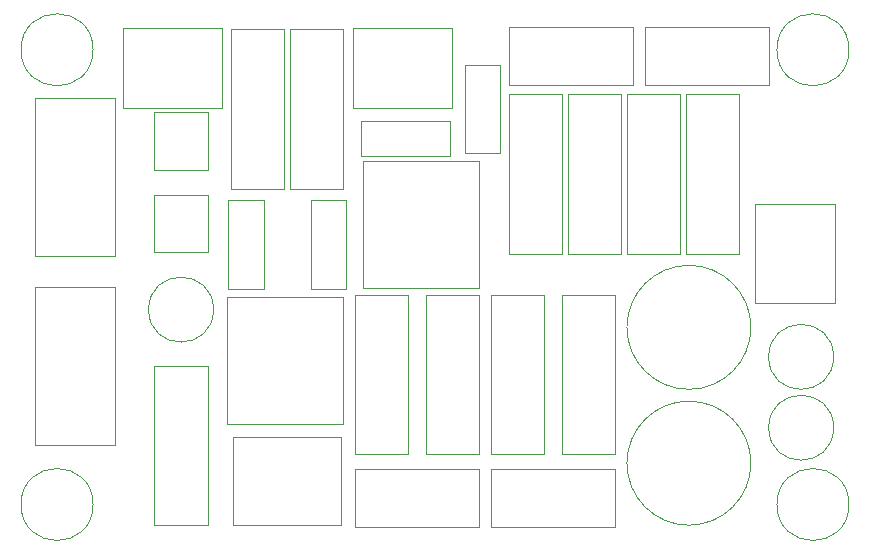
<source format=gbr>
G04 #@! TF.GenerationSoftware,KiCad,Pcbnew,(5.1.7)-1*
G04 #@! TF.CreationDate,2020-12-10T19:47:04+02:00*
G04 #@! TF.ProjectId,peltier,70656c74-6965-4722-9e6b-696361645f70,rev?*
G04 #@! TF.SameCoordinates,Original*
G04 #@! TF.FileFunction,Other,User*
%FSLAX46Y46*%
G04 Gerber Fmt 4.6, Leading zero omitted, Abs format (unit mm)*
G04 Created by KiCad (PCBNEW (5.1.7)-1) date 2020-12-10 19:47:04*
%MOMM*%
%LPD*%
G01*
G04 APERTURE LIST*
%ADD10C,0.050000*%
G04 APERTURE END LIST*
D10*
X152550000Y-72650000D02*
X152550000Y-79400000D01*
X152550000Y-79400000D02*
X160950000Y-79400000D01*
X160950000Y-79400000D02*
X160950000Y-72650000D01*
X160950000Y-72650000D02*
X152550000Y-72650000D01*
X151500000Y-114750000D02*
X151500000Y-107250000D01*
X151500000Y-107250000D02*
X142420000Y-107250000D01*
X142420000Y-107250000D02*
X142420000Y-114750000D01*
X142420000Y-114750000D02*
X151500000Y-114750000D01*
X130550000Y-113000000D02*
G75*
G03*
X130550000Y-113000000I-3050000J0D01*
G01*
X130550000Y-74500000D02*
G75*
G03*
X130550000Y-74500000I-3050000J0D01*
G01*
X194550000Y-74500000D02*
G75*
G03*
X194550000Y-74500000I-3050000J0D01*
G01*
X194550000Y-113000000D02*
G75*
G03*
X194550000Y-113000000I-3050000J0D01*
G01*
X153400000Y-83950000D02*
X153400000Y-94650000D01*
X153400000Y-94650000D02*
X163200000Y-94650000D01*
X163200000Y-94650000D02*
X163200000Y-83950000D01*
X163200000Y-83950000D02*
X153400000Y-83950000D01*
X141900000Y-95450000D02*
X141900000Y-106150000D01*
X141900000Y-106150000D02*
X151700000Y-106150000D01*
X151700000Y-106150000D02*
X151700000Y-95450000D01*
X151700000Y-95450000D02*
X141900000Y-95450000D01*
X151750000Y-86250000D02*
X151750000Y-72750000D01*
X147250000Y-86250000D02*
X151750000Y-86250000D01*
X147250000Y-72750000D02*
X147250000Y-86250000D01*
X151750000Y-72750000D02*
X147250000Y-72750000D01*
X146750000Y-72750000D02*
X142250000Y-72750000D01*
X142250000Y-72750000D02*
X142250000Y-86250000D01*
X142250000Y-86250000D02*
X146750000Y-86250000D01*
X146750000Y-86250000D02*
X146750000Y-72750000D01*
X180750000Y-91750000D02*
X185250000Y-91750000D01*
X185250000Y-91750000D02*
X185250000Y-78250000D01*
X185250000Y-78250000D02*
X180750000Y-78250000D01*
X180750000Y-78250000D02*
X180750000Y-91750000D01*
X174750000Y-95250000D02*
X170250000Y-95250000D01*
X170250000Y-95250000D02*
X170250000Y-108750000D01*
X170250000Y-108750000D02*
X174750000Y-108750000D01*
X174750000Y-108750000D02*
X174750000Y-95250000D01*
X175750000Y-91750000D02*
X180250000Y-91750000D01*
X180250000Y-91750000D02*
X180250000Y-78250000D01*
X180250000Y-78250000D02*
X175750000Y-78250000D01*
X175750000Y-78250000D02*
X175750000Y-91750000D01*
X135750000Y-114750000D02*
X140250000Y-114750000D01*
X140250000Y-114750000D02*
X140250000Y-101250000D01*
X140250000Y-101250000D02*
X135750000Y-101250000D01*
X135750000Y-101250000D02*
X135750000Y-114750000D01*
X168750000Y-95250000D02*
X164250000Y-95250000D01*
X164250000Y-95250000D02*
X164250000Y-108750000D01*
X164250000Y-108750000D02*
X168750000Y-108750000D01*
X168750000Y-108750000D02*
X168750000Y-95250000D01*
X165750000Y-91750000D02*
X170250000Y-91750000D01*
X170250000Y-91750000D02*
X170250000Y-78250000D01*
X170250000Y-78250000D02*
X165750000Y-78250000D01*
X165750000Y-78250000D02*
X165750000Y-91750000D01*
X163250000Y-95250000D02*
X158750000Y-95250000D01*
X158750000Y-95250000D02*
X158750000Y-108750000D01*
X158750000Y-108750000D02*
X163250000Y-108750000D01*
X163250000Y-108750000D02*
X163250000Y-95250000D01*
X175250000Y-78250000D02*
X170750000Y-78250000D01*
X170750000Y-78250000D02*
X170750000Y-91750000D01*
X170750000Y-91750000D02*
X175250000Y-91750000D01*
X175250000Y-91750000D02*
X175250000Y-78250000D01*
X157250000Y-95250000D02*
X152750000Y-95250000D01*
X152750000Y-95250000D02*
X152750000Y-108750000D01*
X152750000Y-108750000D02*
X157250000Y-108750000D01*
X157250000Y-108750000D02*
X157250000Y-95250000D01*
X177290000Y-72600000D02*
X177290000Y-77510000D01*
X177290000Y-77510000D02*
X187790000Y-77510000D01*
X187790000Y-77510000D02*
X187790000Y-72600000D01*
X187790000Y-72600000D02*
X177290000Y-72600000D01*
X174710000Y-114900000D02*
X174710000Y-109990000D01*
X174710000Y-109990000D02*
X164210000Y-109990000D01*
X164210000Y-109990000D02*
X164210000Y-114900000D01*
X164210000Y-114900000D02*
X174710000Y-114900000D01*
X165790000Y-72600000D02*
X165790000Y-77510000D01*
X165790000Y-77510000D02*
X176290000Y-77510000D01*
X176290000Y-77510000D02*
X176290000Y-72600000D01*
X176290000Y-72600000D02*
X165790000Y-72600000D01*
X163210000Y-114900000D02*
X163210000Y-109990000D01*
X163210000Y-109990000D02*
X152710000Y-109990000D01*
X152710000Y-109990000D02*
X152710000Y-114900000D01*
X152710000Y-114900000D02*
X163210000Y-114900000D01*
X186250000Y-98000000D02*
G75*
G03*
X186250000Y-98000000I-5250000J0D01*
G01*
X186250000Y-109500000D02*
G75*
G03*
X186250000Y-109500000I-5250000J0D01*
G01*
X193350000Y-87550000D02*
X186600000Y-87550000D01*
X186600000Y-87550000D02*
X186600000Y-95950000D01*
X186600000Y-95950000D02*
X193350000Y-95950000D01*
X193350000Y-95950000D02*
X193350000Y-87550000D01*
X125650000Y-107950000D02*
X132400000Y-107950000D01*
X132400000Y-107950000D02*
X132400000Y-94550000D01*
X132400000Y-94550000D02*
X125650000Y-94550000D01*
X125650000Y-94550000D02*
X125650000Y-107950000D01*
X125650000Y-91950000D02*
X132400000Y-91950000D01*
X132400000Y-91950000D02*
X132400000Y-78550000D01*
X132400000Y-78550000D02*
X125650000Y-78550000D01*
X125650000Y-78550000D02*
X125650000Y-91950000D01*
X133050000Y-72650000D02*
X133050000Y-79400000D01*
X133050000Y-79400000D02*
X141450000Y-79400000D01*
X141450000Y-79400000D02*
X141450000Y-72650000D01*
X141450000Y-72650000D02*
X133050000Y-72650000D01*
X135750000Y-91650000D02*
X140250000Y-91650000D01*
X140250000Y-91650000D02*
X140250000Y-86800000D01*
X140250000Y-86800000D02*
X135750000Y-86800000D01*
X135750000Y-86800000D02*
X135750000Y-91650000D01*
X135750000Y-84650000D02*
X140250000Y-84650000D01*
X140250000Y-84650000D02*
X140250000Y-79800000D01*
X140250000Y-79800000D02*
X135750000Y-79800000D01*
X135750000Y-79800000D02*
X135750000Y-84650000D01*
X153250000Y-80500000D02*
X153250000Y-83500000D01*
X153250000Y-83500000D02*
X160750000Y-83500000D01*
X160750000Y-83500000D02*
X160750000Y-80500000D01*
X160750000Y-80500000D02*
X153250000Y-80500000D01*
X149000000Y-94750000D02*
X152000000Y-94750000D01*
X152000000Y-94750000D02*
X152000000Y-87250000D01*
X152000000Y-87250000D02*
X149000000Y-87250000D01*
X149000000Y-87250000D02*
X149000000Y-94750000D01*
X193250000Y-100500000D02*
G75*
G03*
X193250000Y-100500000I-2750000J0D01*
G01*
X193250000Y-106500000D02*
G75*
G03*
X193250000Y-106500000I-2750000J0D01*
G01*
X162000000Y-83250000D02*
X165000000Y-83250000D01*
X165000000Y-83250000D02*
X165000000Y-75750000D01*
X165000000Y-75750000D02*
X162000000Y-75750000D01*
X162000000Y-75750000D02*
X162000000Y-83250000D01*
X142000000Y-94750000D02*
X145000000Y-94750000D01*
X145000000Y-94750000D02*
X145000000Y-87250000D01*
X145000000Y-87250000D02*
X142000000Y-87250000D01*
X142000000Y-87250000D02*
X142000000Y-94750000D01*
X140750000Y-96500000D02*
G75*
G03*
X140750000Y-96500000I-2750000J0D01*
G01*
M02*

</source>
